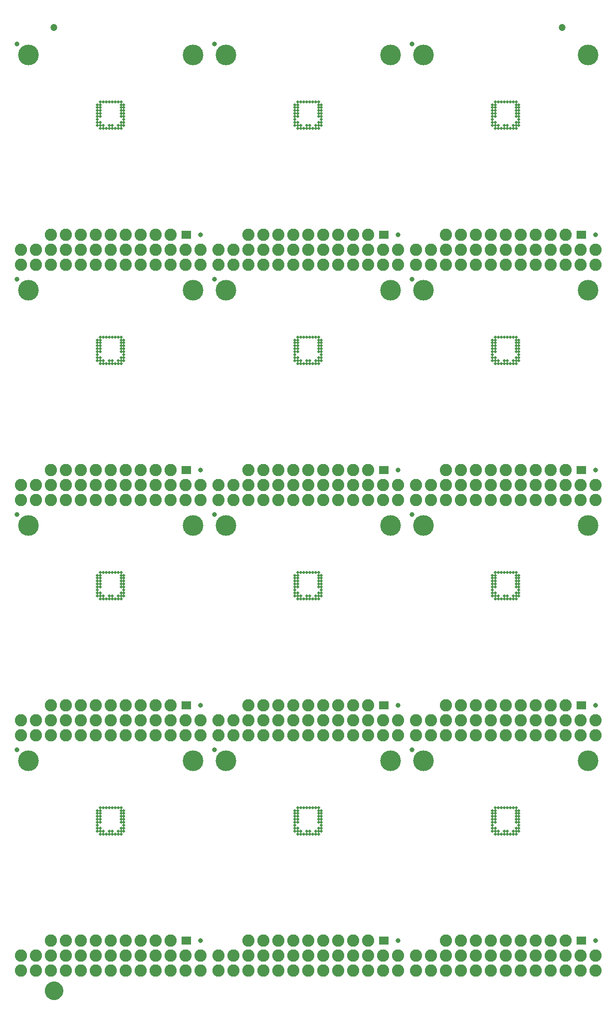
<source format=gts>
G04 EAGLE Gerber RS-274X export*
G75*
%MOMM*%
%FSLAX34Y34*%
%LPD*%
%INSoldermask Top*%
%IPPOS*%
%AMOC8*
5,1,8,0,0,1.08239X$1,22.5*%
G01*
%ADD10C,0.503200*%
%ADD11C,2.082800*%
%ADD12C,3.505200*%
%ADD13C,0.838200*%
%ADD14R,0.838200X1.473200*%
%ADD15C,1.203200*%
%ADD16C,1.270000*%
%ADD17C,1.703200*%


D10*
X142600Y284200D03*
X142600Y279200D03*
X142600Y274200D03*
X142600Y269200D03*
X142600Y264200D03*
X142600Y259200D03*
X142600Y254200D03*
X142600Y249200D03*
X147600Y284200D03*
X147600Y289200D03*
X152600Y289200D03*
X162600Y289200D03*
X157600Y289200D03*
X167600Y289200D03*
X172600Y289200D03*
X177600Y289200D03*
X182600Y289200D03*
X182600Y284200D03*
X187600Y284200D03*
X182600Y279200D03*
X187600Y279200D03*
X182600Y274200D03*
X187600Y274200D03*
X182600Y269200D03*
X187600Y269200D03*
X182600Y264200D03*
X187600Y264200D03*
X187600Y259200D03*
X182600Y254200D03*
X187600Y254200D03*
X147600Y244200D03*
X147600Y254200D03*
X147600Y264200D03*
X147600Y269200D03*
X147600Y274200D03*
X147600Y279200D03*
X152600Y244200D03*
X157600Y244200D03*
X162600Y244200D03*
X167600Y244200D03*
X172600Y244200D03*
X177600Y244200D03*
X182600Y244200D03*
X147600Y249200D03*
X152600Y249200D03*
X162600Y249200D03*
X167600Y249200D03*
X177600Y249200D03*
X182600Y249200D03*
X187600Y249200D03*
D11*
X317500Y38100D03*
X292100Y38100D03*
X266700Y38100D03*
X241300Y38100D03*
X215900Y38100D03*
X190500Y38100D03*
X165100Y38100D03*
X139700Y38100D03*
X114300Y38100D03*
X88900Y38100D03*
X63500Y38100D03*
X38100Y38100D03*
X12700Y38100D03*
X12700Y12700D03*
X38100Y12700D03*
X63500Y12700D03*
X88900Y12700D03*
X114300Y12700D03*
X139700Y12700D03*
X165100Y12700D03*
X190500Y12700D03*
X215900Y12700D03*
X241300Y12700D03*
X266700Y12700D03*
X292100Y12700D03*
X317500Y12700D03*
D12*
X25400Y368300D03*
X304800Y368300D03*
D13*
X317500Y63500D03*
X6350Y387350D03*
D11*
X63500Y63500D03*
X88900Y63500D03*
X114300Y63500D03*
X139700Y63500D03*
X165100Y63500D03*
X190500Y63500D03*
X215900Y63500D03*
X241300Y63500D03*
X266700Y63500D03*
D14*
X297434Y63500D03*
X289306Y63500D03*
D10*
X477880Y284200D03*
X477880Y279200D03*
X477880Y274200D03*
X477880Y269200D03*
X477880Y264200D03*
X477880Y259200D03*
X477880Y254200D03*
X477880Y249200D03*
X482880Y284200D03*
X482880Y289200D03*
X487880Y289200D03*
X497880Y289200D03*
X492880Y289200D03*
X502880Y289200D03*
X507880Y289200D03*
X512880Y289200D03*
X517880Y289200D03*
X517880Y284200D03*
X522880Y284200D03*
X517880Y279200D03*
X522880Y279200D03*
X517880Y274200D03*
X522880Y274200D03*
X517880Y269200D03*
X522880Y269200D03*
X517880Y264200D03*
X522880Y264200D03*
X522880Y259200D03*
X517880Y254200D03*
X522880Y254200D03*
X482880Y244200D03*
X482880Y254200D03*
X482880Y264200D03*
X482880Y269200D03*
X482880Y274200D03*
X482880Y279200D03*
X487880Y244200D03*
X492880Y244200D03*
X497880Y244200D03*
X502880Y244200D03*
X507880Y244200D03*
X512880Y244200D03*
X517880Y244200D03*
X482880Y249200D03*
X487880Y249200D03*
X497880Y249200D03*
X502880Y249200D03*
X512880Y249200D03*
X517880Y249200D03*
X522880Y249200D03*
D11*
X652780Y38100D03*
X627380Y38100D03*
X601980Y38100D03*
X576580Y38100D03*
X551180Y38100D03*
X525780Y38100D03*
X500380Y38100D03*
X474980Y38100D03*
X449580Y38100D03*
X424180Y38100D03*
X398780Y38100D03*
X373380Y38100D03*
X347980Y38100D03*
X347980Y12700D03*
X373380Y12700D03*
X398780Y12700D03*
X424180Y12700D03*
X449580Y12700D03*
X474980Y12700D03*
X500380Y12700D03*
X525780Y12700D03*
X551180Y12700D03*
X576580Y12700D03*
X601980Y12700D03*
X627380Y12700D03*
X652780Y12700D03*
D12*
X360680Y368300D03*
X640080Y368300D03*
D13*
X652780Y63500D03*
X341630Y387350D03*
D11*
X398780Y63500D03*
X424180Y63500D03*
X449580Y63500D03*
X474980Y63500D03*
X500380Y63500D03*
X525780Y63500D03*
X551180Y63500D03*
X576580Y63500D03*
X601980Y63500D03*
D14*
X632714Y63500D03*
X624586Y63500D03*
D10*
X813160Y284200D03*
X813160Y279200D03*
X813160Y274200D03*
X813160Y269200D03*
X813160Y264200D03*
X813160Y259200D03*
X813160Y254200D03*
X813160Y249200D03*
X818160Y284200D03*
X818160Y289200D03*
X823160Y289200D03*
X833160Y289200D03*
X828160Y289200D03*
X838160Y289200D03*
X843160Y289200D03*
X848160Y289200D03*
X853160Y289200D03*
X853160Y284200D03*
X858160Y284200D03*
X853160Y279200D03*
X858160Y279200D03*
X853160Y274200D03*
X858160Y274200D03*
X853160Y269200D03*
X858160Y269200D03*
X853160Y264200D03*
X858160Y264200D03*
X858160Y259200D03*
X853160Y254200D03*
X858160Y254200D03*
X818160Y244200D03*
X818160Y254200D03*
X818160Y264200D03*
X818160Y269200D03*
X818160Y274200D03*
X818160Y279200D03*
X823160Y244200D03*
X828160Y244200D03*
X833160Y244200D03*
X838160Y244200D03*
X843160Y244200D03*
X848160Y244200D03*
X853160Y244200D03*
X818160Y249200D03*
X823160Y249200D03*
X833160Y249200D03*
X838160Y249200D03*
X848160Y249200D03*
X853160Y249200D03*
X858160Y249200D03*
D11*
X988060Y38100D03*
X962660Y38100D03*
X937260Y38100D03*
X911860Y38100D03*
X886460Y38100D03*
X861060Y38100D03*
X835660Y38100D03*
X810260Y38100D03*
X784860Y38100D03*
X759460Y38100D03*
X734060Y38100D03*
X708660Y38100D03*
X683260Y38100D03*
X683260Y12700D03*
X708660Y12700D03*
X734060Y12700D03*
X759460Y12700D03*
X784860Y12700D03*
X810260Y12700D03*
X835660Y12700D03*
X861060Y12700D03*
X886460Y12700D03*
X911860Y12700D03*
X937260Y12700D03*
X962660Y12700D03*
X988060Y12700D03*
D12*
X695960Y368300D03*
X975360Y368300D03*
D13*
X988060Y63500D03*
X676910Y387350D03*
D11*
X734060Y63500D03*
X759460Y63500D03*
X784860Y63500D03*
X810260Y63500D03*
X835660Y63500D03*
X861060Y63500D03*
X886460Y63500D03*
X911860Y63500D03*
X937260Y63500D03*
D14*
X967994Y63500D03*
X959866Y63500D03*
D10*
X142600Y682980D03*
X142600Y677980D03*
X142600Y672980D03*
X142600Y667980D03*
X142600Y662980D03*
X142600Y657980D03*
X142600Y652980D03*
X142600Y647980D03*
X147600Y682980D03*
X147600Y687980D03*
X152600Y687980D03*
X162600Y687980D03*
X157600Y687980D03*
X167600Y687980D03*
X172600Y687980D03*
X177600Y687980D03*
X182600Y687980D03*
X182600Y682980D03*
X187600Y682980D03*
X182600Y677980D03*
X187600Y677980D03*
X182600Y672980D03*
X187600Y672980D03*
X182600Y667980D03*
X187600Y667980D03*
X182600Y662980D03*
X187600Y662980D03*
X187600Y657980D03*
X182600Y652980D03*
X187600Y652980D03*
X147600Y642980D03*
X147600Y652980D03*
X147600Y662980D03*
X147600Y667980D03*
X147600Y672980D03*
X147600Y677980D03*
X152600Y642980D03*
X157600Y642980D03*
X162600Y642980D03*
X167600Y642980D03*
X172600Y642980D03*
X177600Y642980D03*
X182600Y642980D03*
X147600Y647980D03*
X152600Y647980D03*
X162600Y647980D03*
X167600Y647980D03*
X177600Y647980D03*
X182600Y647980D03*
X187600Y647980D03*
D11*
X317500Y436880D03*
X292100Y436880D03*
X266700Y436880D03*
X241300Y436880D03*
X215900Y436880D03*
X190500Y436880D03*
X165100Y436880D03*
X139700Y436880D03*
X114300Y436880D03*
X88900Y436880D03*
X63500Y436880D03*
X38100Y436880D03*
X12700Y436880D03*
X12700Y411480D03*
X38100Y411480D03*
X63500Y411480D03*
X88900Y411480D03*
X114300Y411480D03*
X139700Y411480D03*
X165100Y411480D03*
X190500Y411480D03*
X215900Y411480D03*
X241300Y411480D03*
X266700Y411480D03*
X292100Y411480D03*
X317500Y411480D03*
D12*
X25400Y767080D03*
X304800Y767080D03*
D13*
X317500Y462280D03*
X6350Y786130D03*
D11*
X63500Y462280D03*
X88900Y462280D03*
X114300Y462280D03*
X139700Y462280D03*
X165100Y462280D03*
X190500Y462280D03*
X215900Y462280D03*
X241300Y462280D03*
X266700Y462280D03*
D14*
X297434Y462280D03*
X289306Y462280D03*
D10*
X477880Y682980D03*
X477880Y677980D03*
X477880Y672980D03*
X477880Y667980D03*
X477880Y662980D03*
X477880Y657980D03*
X477880Y652980D03*
X477880Y647980D03*
X482880Y682980D03*
X482880Y687980D03*
X487880Y687980D03*
X497880Y687980D03*
X492880Y687980D03*
X502880Y687980D03*
X507880Y687980D03*
X512880Y687980D03*
X517880Y687980D03*
X517880Y682980D03*
X522880Y682980D03*
X517880Y677980D03*
X522880Y677980D03*
X517880Y672980D03*
X522880Y672980D03*
X517880Y667980D03*
X522880Y667980D03*
X517880Y662980D03*
X522880Y662980D03*
X522880Y657980D03*
X517880Y652980D03*
X522880Y652980D03*
X482880Y642980D03*
X482880Y652980D03*
X482880Y662980D03*
X482880Y667980D03*
X482880Y672980D03*
X482880Y677980D03*
X487880Y642980D03*
X492880Y642980D03*
X497880Y642980D03*
X502880Y642980D03*
X507880Y642980D03*
X512880Y642980D03*
X517880Y642980D03*
X482880Y647980D03*
X487880Y647980D03*
X497880Y647980D03*
X502880Y647980D03*
X512880Y647980D03*
X517880Y647980D03*
X522880Y647980D03*
D11*
X652780Y436880D03*
X627380Y436880D03*
X601980Y436880D03*
X576580Y436880D03*
X551180Y436880D03*
X525780Y436880D03*
X500380Y436880D03*
X474980Y436880D03*
X449580Y436880D03*
X424180Y436880D03*
X398780Y436880D03*
X373380Y436880D03*
X347980Y436880D03*
X347980Y411480D03*
X373380Y411480D03*
X398780Y411480D03*
X424180Y411480D03*
X449580Y411480D03*
X474980Y411480D03*
X500380Y411480D03*
X525780Y411480D03*
X551180Y411480D03*
X576580Y411480D03*
X601980Y411480D03*
X627380Y411480D03*
X652780Y411480D03*
D12*
X360680Y767080D03*
X640080Y767080D03*
D13*
X652780Y462280D03*
X341630Y786130D03*
D11*
X398780Y462280D03*
X424180Y462280D03*
X449580Y462280D03*
X474980Y462280D03*
X500380Y462280D03*
X525780Y462280D03*
X551180Y462280D03*
X576580Y462280D03*
X601980Y462280D03*
D14*
X632714Y462280D03*
X624586Y462280D03*
D10*
X813160Y682980D03*
X813160Y677980D03*
X813160Y672980D03*
X813160Y667980D03*
X813160Y662980D03*
X813160Y657980D03*
X813160Y652980D03*
X813160Y647980D03*
X818160Y682980D03*
X818160Y687980D03*
X823160Y687980D03*
X833160Y687980D03*
X828160Y687980D03*
X838160Y687980D03*
X843160Y687980D03*
X848160Y687980D03*
X853160Y687980D03*
X853160Y682980D03*
X858160Y682980D03*
X853160Y677980D03*
X858160Y677980D03*
X853160Y672980D03*
X858160Y672980D03*
X853160Y667980D03*
X858160Y667980D03*
X853160Y662980D03*
X858160Y662980D03*
X858160Y657980D03*
X853160Y652980D03*
X858160Y652980D03*
X818160Y642980D03*
X818160Y652980D03*
X818160Y662980D03*
X818160Y667980D03*
X818160Y672980D03*
X818160Y677980D03*
X823160Y642980D03*
X828160Y642980D03*
X833160Y642980D03*
X838160Y642980D03*
X843160Y642980D03*
X848160Y642980D03*
X853160Y642980D03*
X818160Y647980D03*
X823160Y647980D03*
X833160Y647980D03*
X838160Y647980D03*
X848160Y647980D03*
X853160Y647980D03*
X858160Y647980D03*
D11*
X988060Y436880D03*
X962660Y436880D03*
X937260Y436880D03*
X911860Y436880D03*
X886460Y436880D03*
X861060Y436880D03*
X835660Y436880D03*
X810260Y436880D03*
X784860Y436880D03*
X759460Y436880D03*
X734060Y436880D03*
X708660Y436880D03*
X683260Y436880D03*
X683260Y411480D03*
X708660Y411480D03*
X734060Y411480D03*
X759460Y411480D03*
X784860Y411480D03*
X810260Y411480D03*
X835660Y411480D03*
X861060Y411480D03*
X886460Y411480D03*
X911860Y411480D03*
X937260Y411480D03*
X962660Y411480D03*
X988060Y411480D03*
D12*
X695960Y767080D03*
X975360Y767080D03*
D13*
X988060Y462280D03*
X676910Y786130D03*
D11*
X734060Y462280D03*
X759460Y462280D03*
X784860Y462280D03*
X810260Y462280D03*
X835660Y462280D03*
X861060Y462280D03*
X886460Y462280D03*
X911860Y462280D03*
X937260Y462280D03*
D14*
X967994Y462280D03*
X959866Y462280D03*
D10*
X142600Y1081760D03*
X142600Y1076760D03*
X142600Y1071760D03*
X142600Y1066760D03*
X142600Y1061760D03*
X142600Y1056760D03*
X142600Y1051760D03*
X142600Y1046760D03*
X147600Y1081760D03*
X147600Y1086760D03*
X152600Y1086760D03*
X162600Y1086760D03*
X157600Y1086760D03*
X167600Y1086760D03*
X172600Y1086760D03*
X177600Y1086760D03*
X182600Y1086760D03*
X182600Y1081760D03*
X187600Y1081760D03*
X182600Y1076760D03*
X187600Y1076760D03*
X182600Y1071760D03*
X187600Y1071760D03*
X182600Y1066760D03*
X187600Y1066760D03*
X182600Y1061760D03*
X187600Y1061760D03*
X187600Y1056760D03*
X182600Y1051760D03*
X187600Y1051760D03*
X147600Y1041760D03*
X147600Y1051760D03*
X147600Y1061760D03*
X147600Y1066760D03*
X147600Y1071760D03*
X147600Y1076760D03*
X152600Y1041760D03*
X157600Y1041760D03*
X162600Y1041760D03*
X167600Y1041760D03*
X172600Y1041760D03*
X177600Y1041760D03*
X182600Y1041760D03*
X147600Y1046760D03*
X152600Y1046760D03*
X162600Y1046760D03*
X167600Y1046760D03*
X177600Y1046760D03*
X182600Y1046760D03*
X187600Y1046760D03*
D11*
X317500Y835660D03*
X292100Y835660D03*
X266700Y835660D03*
X241300Y835660D03*
X215900Y835660D03*
X190500Y835660D03*
X165100Y835660D03*
X139700Y835660D03*
X114300Y835660D03*
X88900Y835660D03*
X63500Y835660D03*
X38100Y835660D03*
X12700Y835660D03*
X12700Y810260D03*
X38100Y810260D03*
X63500Y810260D03*
X88900Y810260D03*
X114300Y810260D03*
X139700Y810260D03*
X165100Y810260D03*
X190500Y810260D03*
X215900Y810260D03*
X241300Y810260D03*
X266700Y810260D03*
X292100Y810260D03*
X317500Y810260D03*
D12*
X25400Y1165860D03*
X304800Y1165860D03*
D13*
X317500Y861060D03*
X6350Y1184910D03*
D11*
X63500Y861060D03*
X88900Y861060D03*
X114300Y861060D03*
X139700Y861060D03*
X165100Y861060D03*
X190500Y861060D03*
X215900Y861060D03*
X241300Y861060D03*
X266700Y861060D03*
D14*
X297434Y861060D03*
X289306Y861060D03*
D10*
X477880Y1081760D03*
X477880Y1076760D03*
X477880Y1071760D03*
X477880Y1066760D03*
X477880Y1061760D03*
X477880Y1056760D03*
X477880Y1051760D03*
X477880Y1046760D03*
X482880Y1081760D03*
X482880Y1086760D03*
X487880Y1086760D03*
X497880Y1086760D03*
X492880Y1086760D03*
X502880Y1086760D03*
X507880Y1086760D03*
X512880Y1086760D03*
X517880Y1086760D03*
X517880Y1081760D03*
X522880Y1081760D03*
X517880Y1076760D03*
X522880Y1076760D03*
X517880Y1071760D03*
X522880Y1071760D03*
X517880Y1066760D03*
X522880Y1066760D03*
X517880Y1061760D03*
X522880Y1061760D03*
X522880Y1056760D03*
X517880Y1051760D03*
X522880Y1051760D03*
X482880Y1041760D03*
X482880Y1051760D03*
X482880Y1061760D03*
X482880Y1066760D03*
X482880Y1071760D03*
X482880Y1076760D03*
X487880Y1041760D03*
X492880Y1041760D03*
X497880Y1041760D03*
X502880Y1041760D03*
X507880Y1041760D03*
X512880Y1041760D03*
X517880Y1041760D03*
X482880Y1046760D03*
X487880Y1046760D03*
X497880Y1046760D03*
X502880Y1046760D03*
X512880Y1046760D03*
X517880Y1046760D03*
X522880Y1046760D03*
D11*
X652780Y835660D03*
X627380Y835660D03*
X601980Y835660D03*
X576580Y835660D03*
X551180Y835660D03*
X525780Y835660D03*
X500380Y835660D03*
X474980Y835660D03*
X449580Y835660D03*
X424180Y835660D03*
X398780Y835660D03*
X373380Y835660D03*
X347980Y835660D03*
X347980Y810260D03*
X373380Y810260D03*
X398780Y810260D03*
X424180Y810260D03*
X449580Y810260D03*
X474980Y810260D03*
X500380Y810260D03*
X525780Y810260D03*
X551180Y810260D03*
X576580Y810260D03*
X601980Y810260D03*
X627380Y810260D03*
X652780Y810260D03*
D12*
X360680Y1165860D03*
X640080Y1165860D03*
D13*
X652780Y861060D03*
X341630Y1184910D03*
D11*
X398780Y861060D03*
X424180Y861060D03*
X449580Y861060D03*
X474980Y861060D03*
X500380Y861060D03*
X525780Y861060D03*
X551180Y861060D03*
X576580Y861060D03*
X601980Y861060D03*
D14*
X632714Y861060D03*
X624586Y861060D03*
D10*
X813160Y1081760D03*
X813160Y1076760D03*
X813160Y1071760D03*
X813160Y1066760D03*
X813160Y1061760D03*
X813160Y1056760D03*
X813160Y1051760D03*
X813160Y1046760D03*
X818160Y1081760D03*
X818160Y1086760D03*
X823160Y1086760D03*
X833160Y1086760D03*
X828160Y1086760D03*
X838160Y1086760D03*
X843160Y1086760D03*
X848160Y1086760D03*
X853160Y1086760D03*
X853160Y1081760D03*
X858160Y1081760D03*
X853160Y1076760D03*
X858160Y1076760D03*
X853160Y1071760D03*
X858160Y1071760D03*
X853160Y1066760D03*
X858160Y1066760D03*
X853160Y1061760D03*
X858160Y1061760D03*
X858160Y1056760D03*
X853160Y1051760D03*
X858160Y1051760D03*
X818160Y1041760D03*
X818160Y1051760D03*
X818160Y1061760D03*
X818160Y1066760D03*
X818160Y1071760D03*
X818160Y1076760D03*
X823160Y1041760D03*
X828160Y1041760D03*
X833160Y1041760D03*
X838160Y1041760D03*
X843160Y1041760D03*
X848160Y1041760D03*
X853160Y1041760D03*
X818160Y1046760D03*
X823160Y1046760D03*
X833160Y1046760D03*
X838160Y1046760D03*
X848160Y1046760D03*
X853160Y1046760D03*
X858160Y1046760D03*
D11*
X988060Y835660D03*
X962660Y835660D03*
X937260Y835660D03*
X911860Y835660D03*
X886460Y835660D03*
X861060Y835660D03*
X835660Y835660D03*
X810260Y835660D03*
X784860Y835660D03*
X759460Y835660D03*
X734060Y835660D03*
X708660Y835660D03*
X683260Y835660D03*
X683260Y810260D03*
X708660Y810260D03*
X734060Y810260D03*
X759460Y810260D03*
X784860Y810260D03*
X810260Y810260D03*
X835660Y810260D03*
X861060Y810260D03*
X886460Y810260D03*
X911860Y810260D03*
X937260Y810260D03*
X962660Y810260D03*
X988060Y810260D03*
D12*
X695960Y1165860D03*
X975360Y1165860D03*
D13*
X988060Y861060D03*
X676910Y1184910D03*
D11*
X734060Y861060D03*
X759460Y861060D03*
X784860Y861060D03*
X810260Y861060D03*
X835660Y861060D03*
X861060Y861060D03*
X886460Y861060D03*
X911860Y861060D03*
X937260Y861060D03*
D14*
X967994Y861060D03*
X959866Y861060D03*
D10*
X142600Y1480540D03*
X142600Y1475540D03*
X142600Y1470540D03*
X142600Y1465540D03*
X142600Y1460540D03*
X142600Y1455540D03*
X142600Y1450540D03*
X142600Y1445540D03*
X147600Y1480540D03*
X147600Y1485540D03*
X152600Y1485540D03*
X162600Y1485540D03*
X157600Y1485540D03*
X167600Y1485540D03*
X172600Y1485540D03*
X177600Y1485540D03*
X182600Y1485540D03*
X182600Y1480540D03*
X187600Y1480540D03*
X182600Y1475540D03*
X187600Y1475540D03*
X182600Y1470540D03*
X187600Y1470540D03*
X182600Y1465540D03*
X187600Y1465540D03*
X182600Y1460540D03*
X187600Y1460540D03*
X187600Y1455540D03*
X182600Y1450540D03*
X187600Y1450540D03*
X147600Y1440540D03*
X147600Y1450540D03*
X147600Y1460540D03*
X147600Y1465540D03*
X147600Y1470540D03*
X147600Y1475540D03*
X152600Y1440540D03*
X157600Y1440540D03*
X162600Y1440540D03*
X167600Y1440540D03*
X172600Y1440540D03*
X177600Y1440540D03*
X182600Y1440540D03*
X147600Y1445540D03*
X152600Y1445540D03*
X162600Y1445540D03*
X167600Y1445540D03*
X177600Y1445540D03*
X182600Y1445540D03*
X187600Y1445540D03*
D11*
X317500Y1234440D03*
X292100Y1234440D03*
X266700Y1234440D03*
X241300Y1234440D03*
X215900Y1234440D03*
X190500Y1234440D03*
X165100Y1234440D03*
X139700Y1234440D03*
X114300Y1234440D03*
X88900Y1234440D03*
X63500Y1234440D03*
X38100Y1234440D03*
X12700Y1234440D03*
X12700Y1209040D03*
X38100Y1209040D03*
X63500Y1209040D03*
X88900Y1209040D03*
X114300Y1209040D03*
X139700Y1209040D03*
X165100Y1209040D03*
X190500Y1209040D03*
X215900Y1209040D03*
X241300Y1209040D03*
X266700Y1209040D03*
X292100Y1209040D03*
X317500Y1209040D03*
D12*
X25400Y1564640D03*
X304800Y1564640D03*
D13*
X317500Y1259840D03*
X6350Y1583690D03*
D11*
X63500Y1259840D03*
X88900Y1259840D03*
X114300Y1259840D03*
X139700Y1259840D03*
X165100Y1259840D03*
X190500Y1259840D03*
X215900Y1259840D03*
X241300Y1259840D03*
X266700Y1259840D03*
D14*
X297434Y1259840D03*
X289306Y1259840D03*
D10*
X477880Y1480540D03*
X477880Y1475540D03*
X477880Y1470540D03*
X477880Y1465540D03*
X477880Y1460540D03*
X477880Y1455540D03*
X477880Y1450540D03*
X477880Y1445540D03*
X482880Y1480540D03*
X482880Y1485540D03*
X487880Y1485540D03*
X497880Y1485540D03*
X492880Y1485540D03*
X502880Y1485540D03*
X507880Y1485540D03*
X512880Y1485540D03*
X517880Y1485540D03*
X517880Y1480540D03*
X522880Y1480540D03*
X517880Y1475540D03*
X522880Y1475540D03*
X517880Y1470540D03*
X522880Y1470540D03*
X517880Y1465540D03*
X522880Y1465540D03*
X517880Y1460540D03*
X522880Y1460540D03*
X522880Y1455540D03*
X517880Y1450540D03*
X522880Y1450540D03*
X482880Y1440540D03*
X482880Y1450540D03*
X482880Y1460540D03*
X482880Y1465540D03*
X482880Y1470540D03*
X482880Y1475540D03*
X487880Y1440540D03*
X492880Y1440540D03*
X497880Y1440540D03*
X502880Y1440540D03*
X507880Y1440540D03*
X512880Y1440540D03*
X517880Y1440540D03*
X482880Y1445540D03*
X487880Y1445540D03*
X497880Y1445540D03*
X502880Y1445540D03*
X512880Y1445540D03*
X517880Y1445540D03*
X522880Y1445540D03*
D11*
X652780Y1234440D03*
X627380Y1234440D03*
X601980Y1234440D03*
X576580Y1234440D03*
X551180Y1234440D03*
X525780Y1234440D03*
X500380Y1234440D03*
X474980Y1234440D03*
X449580Y1234440D03*
X424180Y1234440D03*
X398780Y1234440D03*
X373380Y1234440D03*
X347980Y1234440D03*
X347980Y1209040D03*
X373380Y1209040D03*
X398780Y1209040D03*
X424180Y1209040D03*
X449580Y1209040D03*
X474980Y1209040D03*
X500380Y1209040D03*
X525780Y1209040D03*
X551180Y1209040D03*
X576580Y1209040D03*
X601980Y1209040D03*
X627380Y1209040D03*
X652780Y1209040D03*
D12*
X360680Y1564640D03*
X640080Y1564640D03*
D13*
X652780Y1259840D03*
X341630Y1583690D03*
D11*
X398780Y1259840D03*
X424180Y1259840D03*
X449580Y1259840D03*
X474980Y1259840D03*
X500380Y1259840D03*
X525780Y1259840D03*
X551180Y1259840D03*
X576580Y1259840D03*
X601980Y1259840D03*
D14*
X632714Y1259840D03*
X624586Y1259840D03*
D10*
X813160Y1480540D03*
X813160Y1475540D03*
X813160Y1470540D03*
X813160Y1465540D03*
X813160Y1460540D03*
X813160Y1455540D03*
X813160Y1450540D03*
X813160Y1445540D03*
X818160Y1480540D03*
X818160Y1485540D03*
X823160Y1485540D03*
X833160Y1485540D03*
X828160Y1485540D03*
X838160Y1485540D03*
X843160Y1485540D03*
X848160Y1485540D03*
X853160Y1485540D03*
X853160Y1480540D03*
X858160Y1480540D03*
X853160Y1475540D03*
X858160Y1475540D03*
X853160Y1470540D03*
X858160Y1470540D03*
X853160Y1465540D03*
X858160Y1465540D03*
X853160Y1460540D03*
X858160Y1460540D03*
X858160Y1455540D03*
X853160Y1450540D03*
X858160Y1450540D03*
X818160Y1440540D03*
X818160Y1450540D03*
X818160Y1460540D03*
X818160Y1465540D03*
X818160Y1470540D03*
X818160Y1475540D03*
X823160Y1440540D03*
X828160Y1440540D03*
X833160Y1440540D03*
X838160Y1440540D03*
X843160Y1440540D03*
X848160Y1440540D03*
X853160Y1440540D03*
X818160Y1445540D03*
X823160Y1445540D03*
X833160Y1445540D03*
X838160Y1445540D03*
X848160Y1445540D03*
X853160Y1445540D03*
X858160Y1445540D03*
D11*
X988060Y1234440D03*
X962660Y1234440D03*
X937260Y1234440D03*
X911860Y1234440D03*
X886460Y1234440D03*
X861060Y1234440D03*
X835660Y1234440D03*
X810260Y1234440D03*
X784860Y1234440D03*
X759460Y1234440D03*
X734060Y1234440D03*
X708660Y1234440D03*
X683260Y1234440D03*
X683260Y1209040D03*
X708660Y1209040D03*
X734060Y1209040D03*
X759460Y1209040D03*
X784860Y1209040D03*
X810260Y1209040D03*
X835660Y1209040D03*
X861060Y1209040D03*
X886460Y1209040D03*
X911860Y1209040D03*
X937260Y1209040D03*
X962660Y1209040D03*
X988060Y1209040D03*
D12*
X695960Y1564640D03*
X975360Y1564640D03*
D13*
X988060Y1259840D03*
X676910Y1583690D03*
D11*
X734060Y1259840D03*
X759460Y1259840D03*
X784860Y1259840D03*
X810260Y1259840D03*
X835660Y1259840D03*
X861060Y1259840D03*
X886460Y1259840D03*
X911860Y1259840D03*
X937260Y1259840D03*
D14*
X967994Y1259840D03*
X959866Y1259840D03*
D15*
X68580Y1610995D03*
X931545Y1610995D03*
D16*
X59525Y-20955D02*
X59528Y-20733D01*
X59536Y-20511D01*
X59550Y-20289D01*
X59569Y-20067D01*
X59593Y-19847D01*
X59623Y-19626D01*
X59658Y-19407D01*
X59699Y-19188D01*
X59745Y-18971D01*
X59796Y-18755D01*
X59853Y-18540D01*
X59915Y-18326D01*
X59982Y-18115D01*
X60054Y-17904D01*
X60132Y-17696D01*
X60214Y-17490D01*
X60302Y-17286D01*
X60394Y-17083D01*
X60492Y-16884D01*
X60594Y-16687D01*
X60701Y-16492D01*
X60813Y-16300D01*
X60930Y-16111D01*
X61051Y-15924D01*
X61177Y-15741D01*
X61307Y-15561D01*
X61442Y-15384D01*
X61580Y-15211D01*
X61723Y-15041D01*
X61871Y-14874D01*
X62022Y-14711D01*
X62177Y-14552D01*
X62336Y-14397D01*
X62499Y-14246D01*
X62666Y-14098D01*
X62836Y-13955D01*
X63009Y-13817D01*
X63186Y-13682D01*
X63366Y-13552D01*
X63549Y-13426D01*
X63736Y-13305D01*
X63925Y-13188D01*
X64117Y-13076D01*
X64312Y-12969D01*
X64509Y-12867D01*
X64708Y-12769D01*
X64911Y-12677D01*
X65115Y-12589D01*
X65321Y-12507D01*
X65529Y-12429D01*
X65740Y-12357D01*
X65951Y-12290D01*
X66165Y-12228D01*
X66380Y-12171D01*
X66596Y-12120D01*
X66813Y-12074D01*
X67032Y-12033D01*
X67251Y-11998D01*
X67472Y-11968D01*
X67692Y-11944D01*
X67914Y-11925D01*
X68136Y-11911D01*
X68358Y-11903D01*
X68580Y-11900D01*
X68802Y-11903D01*
X69024Y-11911D01*
X69246Y-11925D01*
X69468Y-11944D01*
X69688Y-11968D01*
X69909Y-11998D01*
X70128Y-12033D01*
X70347Y-12074D01*
X70564Y-12120D01*
X70780Y-12171D01*
X70995Y-12228D01*
X71209Y-12290D01*
X71420Y-12357D01*
X71631Y-12429D01*
X71839Y-12507D01*
X72045Y-12589D01*
X72249Y-12677D01*
X72452Y-12769D01*
X72651Y-12867D01*
X72848Y-12969D01*
X73043Y-13076D01*
X73235Y-13188D01*
X73424Y-13305D01*
X73611Y-13426D01*
X73794Y-13552D01*
X73974Y-13682D01*
X74151Y-13817D01*
X74324Y-13955D01*
X74494Y-14098D01*
X74661Y-14246D01*
X74824Y-14397D01*
X74983Y-14552D01*
X75138Y-14711D01*
X75289Y-14874D01*
X75437Y-15041D01*
X75580Y-15211D01*
X75718Y-15384D01*
X75853Y-15561D01*
X75983Y-15741D01*
X76109Y-15924D01*
X76230Y-16111D01*
X76347Y-16300D01*
X76459Y-16492D01*
X76566Y-16687D01*
X76668Y-16884D01*
X76766Y-17083D01*
X76858Y-17286D01*
X76946Y-17490D01*
X77028Y-17696D01*
X77106Y-17904D01*
X77178Y-18115D01*
X77245Y-18326D01*
X77307Y-18540D01*
X77364Y-18755D01*
X77415Y-18971D01*
X77461Y-19188D01*
X77502Y-19407D01*
X77537Y-19626D01*
X77567Y-19847D01*
X77591Y-20067D01*
X77610Y-20289D01*
X77624Y-20511D01*
X77632Y-20733D01*
X77635Y-20955D01*
X77632Y-21177D01*
X77624Y-21399D01*
X77610Y-21621D01*
X77591Y-21843D01*
X77567Y-22063D01*
X77537Y-22284D01*
X77502Y-22503D01*
X77461Y-22722D01*
X77415Y-22939D01*
X77364Y-23155D01*
X77307Y-23370D01*
X77245Y-23584D01*
X77178Y-23795D01*
X77106Y-24006D01*
X77028Y-24214D01*
X76946Y-24420D01*
X76858Y-24624D01*
X76766Y-24827D01*
X76668Y-25026D01*
X76566Y-25223D01*
X76459Y-25418D01*
X76347Y-25610D01*
X76230Y-25799D01*
X76109Y-25986D01*
X75983Y-26169D01*
X75853Y-26349D01*
X75718Y-26526D01*
X75580Y-26699D01*
X75437Y-26869D01*
X75289Y-27036D01*
X75138Y-27199D01*
X74983Y-27358D01*
X74824Y-27513D01*
X74661Y-27664D01*
X74494Y-27812D01*
X74324Y-27955D01*
X74151Y-28093D01*
X73974Y-28228D01*
X73794Y-28358D01*
X73611Y-28484D01*
X73424Y-28605D01*
X73235Y-28722D01*
X73043Y-28834D01*
X72848Y-28941D01*
X72651Y-29043D01*
X72452Y-29141D01*
X72249Y-29233D01*
X72045Y-29321D01*
X71839Y-29403D01*
X71631Y-29481D01*
X71420Y-29553D01*
X71209Y-29620D01*
X70995Y-29682D01*
X70780Y-29739D01*
X70564Y-29790D01*
X70347Y-29836D01*
X70128Y-29877D01*
X69909Y-29912D01*
X69688Y-29942D01*
X69468Y-29966D01*
X69246Y-29985D01*
X69024Y-29999D01*
X68802Y-30007D01*
X68580Y-30010D01*
X68358Y-30007D01*
X68136Y-29999D01*
X67914Y-29985D01*
X67692Y-29966D01*
X67472Y-29942D01*
X67251Y-29912D01*
X67032Y-29877D01*
X66813Y-29836D01*
X66596Y-29790D01*
X66380Y-29739D01*
X66165Y-29682D01*
X65951Y-29620D01*
X65740Y-29553D01*
X65529Y-29481D01*
X65321Y-29403D01*
X65115Y-29321D01*
X64911Y-29233D01*
X64708Y-29141D01*
X64509Y-29043D01*
X64312Y-28941D01*
X64117Y-28834D01*
X63925Y-28722D01*
X63736Y-28605D01*
X63549Y-28484D01*
X63366Y-28358D01*
X63186Y-28228D01*
X63009Y-28093D01*
X62836Y-27955D01*
X62666Y-27812D01*
X62499Y-27664D01*
X62336Y-27513D01*
X62177Y-27358D01*
X62022Y-27199D01*
X61871Y-27036D01*
X61723Y-26869D01*
X61580Y-26699D01*
X61442Y-26526D01*
X61307Y-26349D01*
X61177Y-26169D01*
X61051Y-25986D01*
X60930Y-25799D01*
X60813Y-25610D01*
X60701Y-25418D01*
X60594Y-25223D01*
X60492Y-25026D01*
X60394Y-24827D01*
X60302Y-24624D01*
X60214Y-24420D01*
X60132Y-24214D01*
X60054Y-24006D01*
X59982Y-23795D01*
X59915Y-23584D01*
X59853Y-23370D01*
X59796Y-23155D01*
X59745Y-22939D01*
X59699Y-22722D01*
X59658Y-22503D01*
X59623Y-22284D01*
X59593Y-22063D01*
X59569Y-21843D01*
X59550Y-21621D01*
X59536Y-21399D01*
X59528Y-21177D01*
X59525Y-20955D01*
D17*
X68580Y-20955D03*
M02*

</source>
